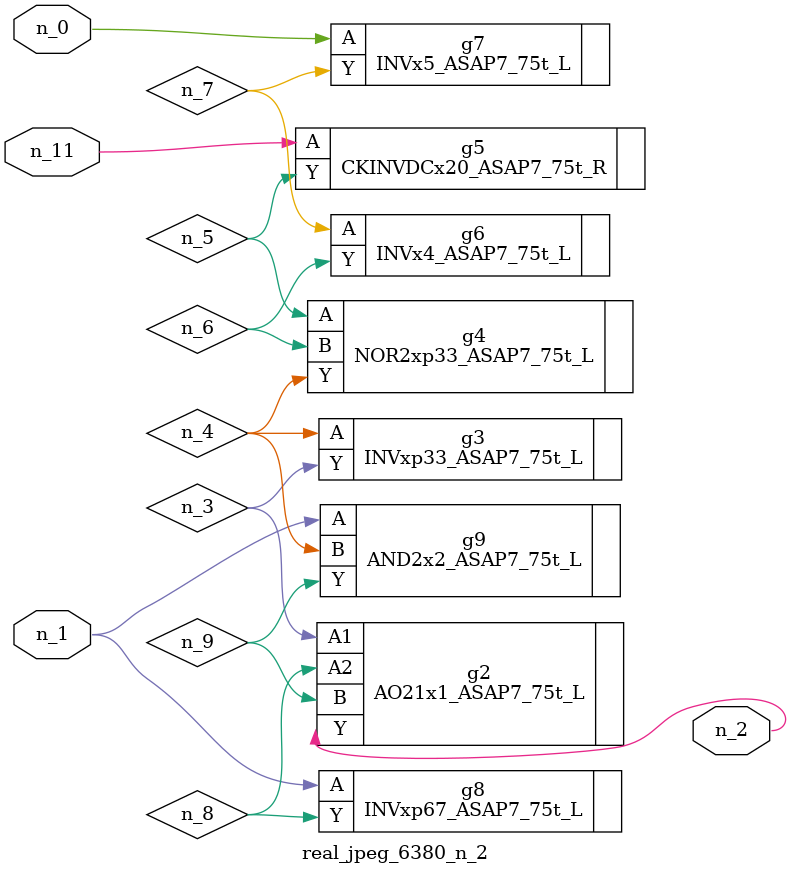
<source format=v>
module real_jpeg_6380_n_2 (n_1, n_11, n_0, n_2);

input n_1;
input n_11;
input n_0;

output n_2;

wire n_5;
wire n_8;
wire n_4;
wire n_6;
wire n_7;
wire n_3;
wire n_9;

INVx5_ASAP7_75t_L g7 ( 
.A(n_0),
.Y(n_7)
);

INVxp67_ASAP7_75t_L g8 ( 
.A(n_1),
.Y(n_8)
);

AND2x2_ASAP7_75t_L g9 ( 
.A(n_1),
.B(n_4),
.Y(n_9)
);

AO21x1_ASAP7_75t_L g2 ( 
.A1(n_3),
.A2(n_8),
.B(n_9),
.Y(n_2)
);

INVxp33_ASAP7_75t_L g3 ( 
.A(n_4),
.Y(n_3)
);

NOR2xp33_ASAP7_75t_L g4 ( 
.A(n_5),
.B(n_6),
.Y(n_4)
);

INVx4_ASAP7_75t_L g6 ( 
.A(n_7),
.Y(n_6)
);

CKINVDCx20_ASAP7_75t_R g5 ( 
.A(n_11),
.Y(n_5)
);


endmodule
</source>
